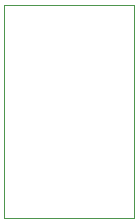
<source format=gbr>
G04 #@! TF.GenerationSoftware,KiCad,Pcbnew,(5.1.0-0)*
G04 #@! TF.CreationDate,2019-06-19T09:49:27-07:00*
G04 #@! TF.ProjectId,differential_i2c,64696666-6572-4656-9e74-69616c5f6932,rev?*
G04 #@! TF.SameCoordinates,Original*
G04 #@! TF.FileFunction,Profile,NP*
%FSLAX46Y46*%
G04 Gerber Fmt 4.6, Leading zero omitted, Abs format (unit mm)*
G04 Created by KiCad (PCBNEW (5.1.0-0)) date 2019-06-19 09:49:27*
%MOMM*%
%LPD*%
G04 APERTURE LIST*
%ADD10C,0.100000*%
G04 APERTURE END LIST*
D10*
X108500000Y-63500000D02*
X108500000Y-45500000D01*
X119500000Y-63500000D02*
X108500000Y-63500000D01*
X119500000Y-45500000D02*
X119500000Y-63500000D01*
X108500000Y-45500000D02*
X119500000Y-45500000D01*
M02*

</source>
